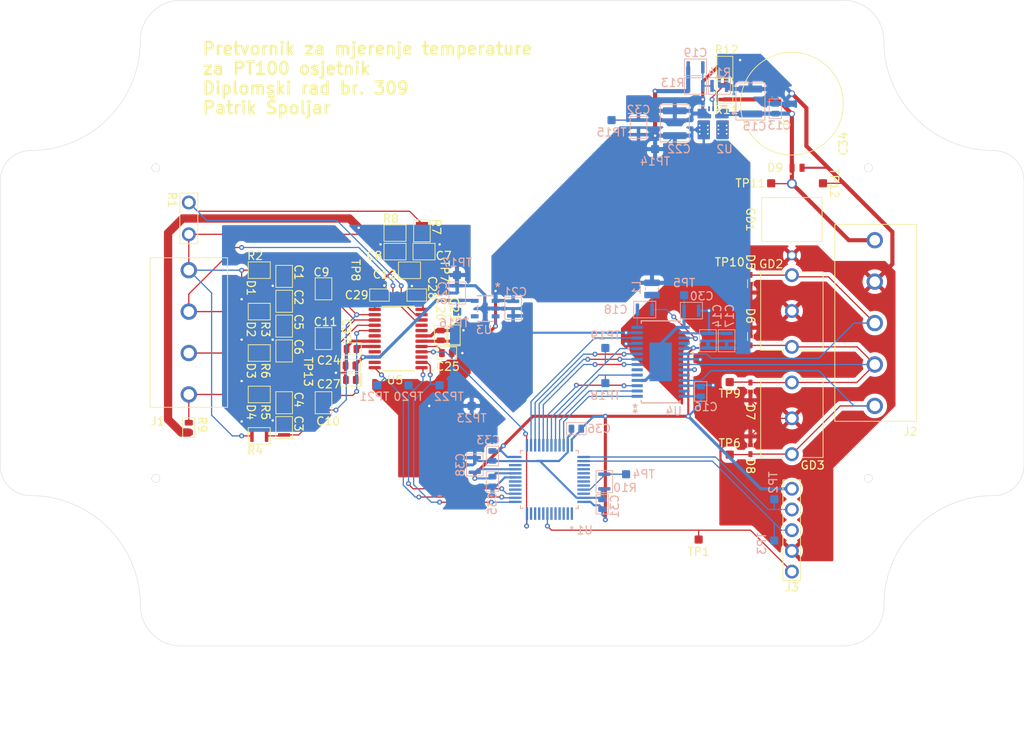
<source format=kicad_pcb>
(kicad_pcb (version 20241229) (generator "pcbnew") (generator_version "9.0")
  (layers (0 "F.Cu" signal) (2 "B.Cu" signal) (13 "F.Paste" user) (15 "B.Paste" user) (5 "F.SilkS" user "F.Silkscreen") (7 "B.SilkS" user "B.Silkscreen") (1 "F.Mask" user) (3 "B.Mask" user) (25 "Edge.Cuts" user))
  (net 0 "")
  (net 1 "DGND")
  (net 2 "/AIN5")
  (net 3 "/REFP")
  (net 4 "/REFN")
  (net 5 "12V_IN")
  (net 6 "/VCC")
  (net 7 "/CAP")
  (net 8 "/SW")
  (net 10 "Net-(U2-VOS{slash}FB)")
  (net 11 "/AVDD")
  (net 12 "Net-(U5-REGCAPD)")
  (net 13 "/VEE")
  (net 14 "Net-(U5-REGCAPA)")
  (net 15 "/VOLT_B")
  (net 16 "/VOLT_C")
  (net 17 "/VOLT_D")
  (net 18 "/VOLT_A")
  (net 19 "/DP{slash}TX1")
  (net 20 "/RX1")
  (net 21 "/AIN4")
  (net 22 "/DN")
  (net 23 "/SWCLK")
  (net 24 "/SWDIO")
  (net 25 "/NRST")
  (net 26 "/AIN3")
  (net 27 "/BOOT0")
  (net 28 "Net-(U2-EN)")
  (net 29 "/USART1_RX")
  (net 30 "/USART1_TX")
  (net 31 "/SPI1_MOSI")
  (net 32 "/SPI1_MISO")
  (net 33 "/SPI1_SCK")
  (net 35 "/PB15")
  (net 36 "/PB12")
  (net 37 "/PB13")
  (net 45 "/PA12")
  (net 46 "/SPI1_NSS")
  (net 49 "/PA8")
  (net 54 "/PB14")
  (net 61 "/PA11")
  (net 66 "/AIN7")
  (net 68 "/AIN6")
  (footprint "My_footprints:X4DFN-2" (layer "F.Cu") (at 116.953 105.555 -90)
    (property "Reference" "D1")
    (property "Value" "PJGBLC08C")
  )
  (footprint "My_footprints:Testpoint" (layer "F.Cu") (at 176.77 117.239)
    (property "Reference" "TP9")
    (property "Value" "TestPoint")
  )
  (footprint "My_footprints:0603" (layer "F.Cu") (at 141.337 111.5155)
    (property "Reference" "C20")
    (property "Value" "100n")
  )
  (footprint "My_footprints:Hole 0.125 inch 3.175 mm" (layer "F.Cu") (at 106.4374 129.05)
    (property "Reference" "H3" (hide yes))
    (property "Value" "MountingHole")
  )
  (footprint "My_footprints:DFN-1610-2" (layer "F.Cu") (at 185.025 90.95)
    (property "Reference" "D9")
    (property "Value" "TVS")
  )
  (footprint "My_footprints:0805" (layer "F.Cu") (at 137.527 103.523 90)
    (property "Reference" "C12")
    (property "Value" "100n, 5%")
  )
  (footprint "My_footprints:Testpoint" (layer "F.Cu") (at 126.605 115.969 -90)
    (property "Reference" "TP13")
    (property "Value" "TestPoint")
  )
  (footprint "footprints:SOP65P640X120-24N" (layer "F.Cu") (at 136.13 111.8965 180)
    (property "Reference" "U5")
    (property "Value" "AD7124-4")
  )
  (footprint "My_footprints:0603_pol" (layer "F.Cu") (at 130.834 116.9765 -90)
    (property "Reference" "C27")
    (property "Value" "1u,Ta")
  )
  (footprint "My_footprints:X4DFN-2" (layer "F.Cu") (at 116.953 115.715 -90)
    (property "Reference" "D3")
    (property "Value" "PJGBLC08C")
  )
  (footprint "My_footprints:0805" (layer "F.Cu") (at 126.986 119.7705)
    (property "Reference" "C10")
    (property "Value" "100n, 5%")
  )
  (footprint "My_footprints:Hole 0.125 inch 3.175 mm" (layer "F.Cu") (at 193.7626 90.95)
    (property "Reference" "H2" (hide yes))
    (property "Value" "MountingHole")
  )
  (footprint "My_footprints:Terminal 1x4" (layer "F.Cu") (at 110.476 111.1345 90)
    (property "Reference" "J1")
    (property "Value" "Screw_Terminal_01x04")
  )
  (footprint "My_footprints:0805" (layer "F.Cu") (at 135.749 98.951 90)
    (property "Reference" "R8")
    (property "Value" "330")
  )
  (footprint "My_footprints:Resistor_THT" (layer "F.Cu") (at 110.476 97.1645 -90)
    (property "Reference" "R1")
    (property "Value" "5k")
  )
  (footprint "My_footprints:Hole 0.125 inch 3.175 mm" (layer "F.Cu") (at 106.4374 90.95)
    (property "Reference" "H1" (hide yes))
    (property "Value" "MountingHole")
  )
  (footprint "My_footprints:0805" (layer "F.Cu") (at 135.749 101.237 -90)
    (property "Reference" "C8")
    (property "Value" "10n")
  )
  (footprint "My_footprints:0603_pol" (layer "F.Cu") (at 142.988 111.9345 180)
    (property "Reference" "C23")
    (property "Value" "1u,Ta")
  )
  (footprint "My_footprints:GDT 3 pin" (layer "F.Cu") (at 184.39 108.521 90)
    (property "Reference" "GD2")
    (property "Value" "GDT_3Pin")
  )
  (footprint "My_footprints:SOD23" (layer "F.Cu") (at 179.31 111.651 -90)
    (property "Reference" "D6")
    (property "Value" "PJGBLC08C")
  )
  (footprint "My_footprints:0805" (layer "F.Cu") (at 122.16 104.2765 180)
    (property "Reference" "C1")
    (property "Value" "10n")
  )
  (footprint "My_footprints:0805" (layer "F.Cu") (at 122.16 119.7705)
    (property "Reference" "C4")
    (property "Value" "10n")
  )
  (footprint "My_footprints:0603" (layer "F.Cu") (at 130.288 115.1985 90)
    (property "Reference" "C24")
    (property "Value" "100n")
  )
  (footprint "My_footprints:0603" (layer "F.Cu") (at 142.099 113.6745 -90)
    (property "Reference" "C25")
    (property "Value" "100n")
  )
  (footprint "My_footprints:0603" (layer "F.Cu") (at 138.416 106.5625 90)
    (property "Reference" "C28")
    (property "Value" "100n")
  )
  (footprint "My_footprints:0805" (layer "F.Cu") (at 139.305 101.237 -90)
    (property "Reference" "C7")
    (property "Value" "10n")
  )
  (footprint "My_footprints:Radial" (layer "F.Cu") (at 184.39 83.096 90)
    (property "Reference" "C34")
    (property "Value" "100u,Al")
  )
  (footprint "My_footprints:0805" (layer "F.Cu") (at 119.112 108.5945 90)
    (property "Reference" "R3")
    (property "Value" "330")
  )
  (footprint "My_footprints:0805" (layer "F.Cu") (at 122.16 107.3245 180)
    (property "Reference" "C2")
    (property "Value" "10n")
  )
  (footprint "My_footprints:Testpoint" (layer "F.Cu") (at 172.96 136.543)
    (property "Reference" "TP1")
    (property "Value" "TestPoint")
  )
  (footprint "My_footprints:0805" (layer "F.Cu") (at 119.112 118.7545 90)
    (property "Reference" "R5")
    (property "Value" "330")
  )
  (footprint "My_footprints:0805" (layer "F.Cu") (at 139.051 98.697)
    (property "Reference" "R7")
    (property "Value" "330")
  )
  (footprint "My_footprints:0805" (layer "F.Cu") (at 122.16 110.3725 180)
    (property "Reference" "C5")
    (property "Value" "10n")
  )
  (footprint "My_footprints:Testpoint" (layer "F.Cu") (at 176.77 126.129)
    (property "Reference" "TP6")
    (property "Value" "TestPoint")
  )
  (footprint "My_footprints:Hole 0.125 inch 3.175 mm" (layer "F.Cu") (at 193.7626 129.05)
    (property "Reference" "H4" (hide yes))
    (property "Value" "MountingHole")
  )
  (footprint "My_footprints:GDT 3 pin" (layer "F.Cu") (at 184.39 121.684 90)
    (property "Reference" "GD3")
    (property "Value" "GDT_3Pin")
  )
  (footprint "My_footprints:GDT 2 pin" (layer "F.Cu") (at 184.39 97.3 90)
    (property "Reference" "GD1")
    (property "Value" "2049-23")
  )
  (footprint "My_footprints:0603" (layer "F.Cu") (at 133.844 106.5625 -90)
    (property "Reference" "C29")
    (property "Value" "100n")
  )
  (footprint "My_footprints:0805" (layer "F.Cu") (at 119.112 123.8345 90)
    (property "Reference" "R4")
    (property "Value" "330")
  )
  (footprint "My_footprints:Testpoint" (layer "F.Cu") (at 181.85 92.855 90)
    (property "Reference" "TP11")
    (property "Value" "TestPoint")
  )
  (footprint "My_footprints:SOD23" (layer "F.Cu") (at 179.31 118.382 -90)
    (property "Reference" "D7")
    (property "Value" "PJGBLC08C")
  )
  (footprint "My_footprints:0805" (layer "F.Cu") (at 126.986 105.8005 180)
    (property "Reference" "C9")
    (property "Value" "100n, 5%")
  )
  (footprint "My_footprints:X4DFN-2" (layer "F.Cu") (at 116.953 120.668 -90)
    (property "Reference" "D4")
    (property "Value" "PJGBLC08C")
  )
  (footprint "My_footprints:Terminal 1x5" (layer "F.Cu") (at 194.55 110 90)
    (property "Reference" "J2")
    (property "Value" "Screw_Terminal_01x05")
  )
  (footprint "My_footprints:0805" (layer "F.Cu") (at 176.135 81.679)
    (property "Reference" "R11")
    (property "Value" "30k")
  )
  (footprint "My_footprints:0805" (layer "F.Cu") (at 119.112 103.5145 90)
    (property "Reference" "R2")
    (property "Value" "330")
  )
  (footprint "My_footprints:0805" (layer "F.Cu") (at 122.16 113.4205 180)
    (property "Reference" "C6")
    (property "Value" "10n")
  )
  (footprint "My_footprints:Header 1x5" (layer "F.Cu") (at 184.39 135.4 -90)
    (property "Reference" "J3")
    (property "Value" "Header 1x5")
  )
  (footprint "My_footprints:0805" (layer "F.Cu") (at 119.112 113.6745 90)
    (property "Reference" "R6")
    (property "Value" "330")
  )
  (footprint "My_footprints:SOD23" (layer "F.Cu") (at 179.31 124.986 -90)
    (property "Reference" "D8")
    (property "Value" "PJGBLC08C")
  )
  (footprint "My_footprints:0603" (layer "F.Cu") (at 130.415 113.175 90)
    (property "Reference" "C37")
    (property "Value" "100n")
  )
  (footprint "My_footprints:SOD23" (layer "F.Cu") (at 179.31 105.174 -90)
    (property "Reference" "D5")
    (property "Value" "PJGBLC08C")
  )
  (footprint "My_footprints:Testpoint" (layer "F.Cu") (at 188.2 92.855 -90)
    (property "Reference" "TP12")
    (property "Value" "TestPoint")
  )
  (footprint "My_footprints:Testpoint" (layer "F.Cu") (at 132.447 103.523)
    (property "Reference" "TP8")
    (property "Value" "TestPoint")
  )
  (footprint "My_footprints:Testpoint" (layer "F.Cu") (at 140.448 103.523)
    (property "Reference" "TP7")
    (property "Value" "TestPoint")
  )
  (footprint "My_footprints:0805" (layer "F.Cu") (at 126.986 111.8965 180)
    (property "Reference" "C11")
    (property "Value" "100n, 5%")
  )
  (footprint "My_footprints:0805" (layer "F.Cu") (at 122.16 122.8185)
    (property "Reference" "C3")
    (property "Value" "10n")
  )
  (footprint "My_footprints:0805" (layer "F.Cu") (at 176.135 78.631)
    (property "Reference" "R12")
    (property "Value" "10k")
  )
  (footprint "My_footprints:0603" (layer "F.Cu") (at 110.476 122.8185 180)
    (property "Reference" "R9")
    (property "Value" "100")
  )
  (footprint "My_footprints:Testpoint" (layer "F.Cu") (at 176.77 104.031 180)
    (property "Reference" "TP10")
    (property "Value" "TestPoint")
  )
  (footprint "My_footprints:X4DFN-2" (layer "F.Cu") (at 116.953 110.635 -90)
    (property "Reference" "D2")
    (property "Value" "PJGBLC08C")
  )
  (footprint "My_footprints:Testpoint" (layer "B.Cu") (at 145.147 120.16 180)
    (property "Reference" "TP23")
    (property "Value" "TestPoint")
  )
  (footprint "My_footprints:0805" (layer "B.Cu") (at 172.071 108.476 90)
    (property "Reference" "C30")
    (property "Value" "1u")
  )
  (footprint "footprints:TSSOP-28_FE&slash_EB_LIT" (layer "B.Cu") (at 168.30672 114.75488)
    (property "Reference" "U4")
    (property "Value" "LTC2870")
  )
  (footprint "footprints:VREG_TPSM861253RDXR" (layer "B.Cu") (at 174.738 85.616 180)
    (property "Reference" "U2")
    (property "Value" "TPSM861257")
  )
  (footprint "My_footprints:0805" (layer "B.Cu") (at 150.227 108.222)
    (property "Reference" "C21")
    (property "Value" "1u")
  )
  (footprint "My_footprints:Testpoint" (layer "B.Cu") (at 143.3436 104.1072 180)
    (property "Reference" "TP17")
    (property "Value" "TestPoint")
  )
  (footprint "My_footprints:0805" (layer "B.Cu") (at 174.103 112.159 180)
    (property "Reference" "C14")
    (property "Value" "1u")
  )
  (footprint "My_footprints:Testpoint" (layer "B.Cu") (at 162.292 85.108 180)
    (property "Reference" "TP15")
    (property "Value" "TestPoint")
  )
  (footprint "My_footprints:0603" (layer "B.Cu") (at 157.974 122.954 -90)
    (property "Reference" "C36")
    (property "Value" "100n")
  )
  (footprint "My_footprints:0805" (layer "B.Cu") (at 143.369 106.317 180)
    (property "Reference" "C26")
    (property "Value" "1u")
  )
  (footprint "My_footprints:0603" (layer "B.Cu") (at 161.149 132.225 180)
    (property "Reference" "C31")
    (property "Value" "100n")
  )
  (footprint "My_footprints:0603" (layer "B.Cu") (at 147.687 126.291)
    (property "Reference" "C33")
    (property "Value" "100n")
  )
  (footprint "My_footprints:Testpoint" (layer "B.Cu") (at 164.07 128.542)
    (property "Reference" "TP4")
    (property "Value" "TestPoint")
  )
  (footprint "My_footprints:0805" (layer "B.Cu") (at 166.356 108.349 -90)
    (property "Reference" "C18")
    (property "Value" "220n")
  )
  (footprint "My_footprints:0805" (layer "B.Cu") (at 145.528 127.399)
    (property "Reference" "C38")
    (property "Value" "4.7u")
  )
  (footprint "footprints:UJ_5_ADI" (layer "B.Cu") (at 146.798 108.222 180)
    (property "Reference" "U3")
    (property "Value" "ADP151")
  )
  (footprint "My_footprints:0603" (layer "B.Cu") (at 182.358 83.711 180)
    (property "Reference" "C13")
    (property "Value" "100n")
  )
  (footprint "My_footprints:Testpoint" (layer "B.Cu") (at 167.626 88.664 180)
    (property "Reference" "TP14")
    (property "Value" "TestPoint")
  )
  (footprint "My_footprints:0805" (layer "B.Cu") (at 172.579 78.631 90)
    (property "Reference" "C19")
    (property "Value" "22pF")
  )
  (footprint "My_footprints:Testpoint" (layer "B.Cu") (at 182.231 131.59)
    (property "Reference" "TP2")
    (property "Value" "TestPoint")
  )
  (footprint "My_footprints:1206" (layer "B.Cu") (at 170.039 85.489 180)
    (property "Reference" "C22")
    (property "Value" "22uF")
  )
  (footprint "My_footprints:Testpoint" (layer "B.Cu") (at 133.59 117.62 180)
    (property "Reference" "TP21")
    (property "Value" "TestPoint")
  )
  (footprint "My_footprints:0806" (layer "B.Cu") (at 167.245 105.809 -90)
    (property "Reference" "L1")
    (property "Value" "10u")
  )
  (footprint "My_footprints:Testpoint" (layer "B.Cu") (at 137.4 117.62 180)
    (property "Reference" "TP20")
    (property "Value" "TestPoint")
  )
  (footprint "My_footprints:0805" (layer "B.Cu") (at 176.389 112.159 180)
    (property "Reference" "C17")
    (property "Value" "2.2u")
  )
  (footprint "My_footprints:1206" (layer "B.Cu") (at 179.31 82.822 180)
    (property "Reference" "C15")
    (property "Value" "10u")
  )
  (footprint "My_footprints:Testpoint" (layer "B.Cu") (at 182.231 136.67)
    (property "Reference" "TP3")
    (property "Value" "TestPoint")
  )
  (footprint "My_footprints:0603" (layer "B.Cu") (at 173.214 118.382 180)
    (property "Reference" "C16")
    (property "Value" "100n")
  )
  (footprint "My_footprints:0805" (layer "B.Cu") (at 172.579 80.917 90)
    (property "Reference" "R13")
    (property "Value" "30k")
  )
  (footprint "My_footprints:Testpoint" (layer "B.Cu") (at 161.53 113.048)
    (property "Reference" "TP19")
    (property "Value" "TestPoint")
  )
  (footprint "My_footprints:Testpoint" (layer "B.Cu") (at 171.182 106.571)
    (property "Reference" "TP5")
    (property "Value" "TestPoint")
  )
  (footprint "My_footprints:0805" (layer "B.Cu") (at 165.594 85.997 180)
    (property "Reference" "C32")
    (property "Value" "10u")
  )
  (footprint "My_footprints:0603" (layer "B.Cu") (at 147.687 129.431)
    (property "Reference" "C35")
    (property "Value" "100n")
  )
  (footprint "My_footprints:Testpoint" (layer "B.Cu") (at 143.369 108.603)
    (property "Reference" "TP16")
    (property "Value" "TestPoint")
  )
  (footprint "My_footprints:Testpoint" (layer "B.Cu") (at 141.21 117.62 -90)
    (property "Reference" "TP22")
    (property "Value" "TestPoint")
  )
  (footprint "My_footprints:0805" (layer "B.Cu") (at 161.403 129.431)
    (property "Reference" "R10")
    (property "Value" "10k")
  )
  (footprint "My_footprints:Testpoint" (layer "B.Cu") (at 161.53 117.366 180)
    (property "Reference" "TP18")
    (property "Value" "TestPoint")
  )
  (footprint "My_footprints:0805" (layer "B.Cu") (at 175.5 80.917 90)
    (property "Reference" "R14")
    (property "Value" "6.2k")
  )
  (footprint "footprints:QFP50P900X900X160-48N" (layer "B.Cu") (at 154.672 129.177 90)
    (property "Reference" "U1")
    (property "Value" "STM32G491CETx")
  )
  (gr_line (start 212.838 127.4498) (end 212.838 110) (stroke (width 0.05)) (layer "Edge.Cuts"))
  (gr_arc (start 209.1296 88.8418) (mid 199.610529 84.898871) (end 195.6676 75.3798) (stroke (width 0.05)) (layer "Edge.Cuts"))
  (gr_arc (start 109.5108 149.5986) (mid 105.99054 148.14046) (end 104.5324 144.6202) (stroke (width 0.05)) (layer "Edge.Cuts"))
  (gr_arc (start 209.1296 88.8418) (mid 211.751835 89.927965) (end 212.838 92.5502) (stroke (width 0.05)) (layer "Edge.Cuts"))
  (gr_arc (start 91.0704 131.1582) (mid 100.589471 135.101129) (end 104.5324 144.6202) (stroke (width 0.05)) (layer "Edge.Cuts"))
  (gr_line (start 150.1 70.4014) (end 109.5108 70.4014) (stroke (width 0.05)) (layer "Edge.Cuts"))
  (gr_line (start 150.1 149.5986) (end 109.5108 149.5986) (stroke (width 0.05)) (layer "Edge.Cuts"))
  (gr_line (start 87.362 92.5502) (end 87.362 110) (stroke (width 0.05)) (layer "Edge.Cuts"))
  (gr_arc (start 104.5324 75.3798) (mid 105.99054 71.85954) (end 109.5108 70.4014) (stroke (width 0.05)) (layer "Edge.Cuts"))
  (gr_arc (start 195.6676 144.6202) (mid 194.20946 148.14046) (end 190.6892 149.5986) (stroke (width 0.05)) (layer "Edge.Cuts"))
  (gr_line (start 212.838 92.5502) (end 212.838 110) (stroke (width 0.05)) (layer "Edge.Cuts"))
  (gr_line (start 87.362 127.4498) (end 87.362 110) (stroke (width 0.05)) (layer "Edge.Cuts"))
  (gr_arc (start 104.5324 75.3798) (mid 100.589471 84.898871) (end 91.0704 88.8418) (stroke (width 0.05)) (layer "Edge.Cuts"))
  (gr_line (start 150.1 149.5986) (end 190.6892 149.5986) (stroke (width 0.05)) (layer "Edge.Cuts"))
  (gr_arc (start 212.838 127.4498) (mid 211.751835 130.072035) (end 209.1296 131.1582) (stroke (width 0.05)) (layer "Edge.Cuts"))
  (gr_arc (start 195.6676 144.6202) (mid 199.610529 135.101129) (end 209.1296 131.1582) (stroke (width 0.05)) (layer "Edge.Cuts"))
  (gr_arc (start 190.6892 70.4014) (mid 194.20946 71.85954) (end 195.6676 75.3798) (stroke (width 0.05)) (layer "Edge.Cuts"))
  (gr_arc (start 91.0704 131.1582) (mid 88.448165 130.072035) (end 87.362 127.4498) (stroke (width 0.05)) (layer "Edge.Cuts"))
  (gr_arc (start 87.362 92.5502) (mid 88.448165 89.927965) (end 91.0704 88.8418) (stroke (width 0.05)) (layer "Edge.Cuts"))
  (gr_line (start 150.1 70.4014) (end 190.6892 70.4014) (stroke (width 0.05)) (layer "Edge.Cuts"))
  (gr_text "Pretvornik za mjerenje temperature\nza PT100 osjetnik\nDiplomski rad br. 309\nPatrik Špoljar" (at 112 84.473 0) (layer "F.SilkS") (effects (font (size 1.5 1.5) (thickness 0.3) (bold yes)) (justify left bottom)))
  (segment (start 134.444 106.5625) (end 134.444 105.393) (width 0.254) (layer "F.Cu") (net 1))
  (segment (start 107.936 121.811) (end 109.5435 123.4185) (width 1.016) (layer "F.Cu") (net 1))
  (segment (start 129.78 115.0365) (end 129.815 115.0715) (width 0.381) (layer "F.Cu") (net 1))
  (segment (start 144.1045 110.9155) (end 140.8025 110.9155) (width 0.381) (layer "F.Cu") (net 1))
  (segment (start 184.39 121.684) (end 181.527 121.684) (width 0.1524) (layer "F.Cu") (net 1))
  (segment (start 188.835 90.95) (end 190.74 92.855) (width 0.508) (layer "F.Cu") (net 1))
  (segment (start 173.468 80.4005) (end 176.135 77.7335) (width 0.381) (layer "F.Cu") (net 1))
  (segment (start 122.16 105.174) (end 122.16 105.809) (width 0.381) (layer "F.Cu") (net 1))
  (segment (start 129.78 113.21) (end 129.78 115.0365) (width 0.381) (layer "F.Cu") (net 1))
  (segment (start 186.168 83.624) (end 186.168 88.283) (width 0.508) (layer "F.Cu") (net 1))
  (segment (start 116.953 112.032) (end 116.953 111.26) (width 0.381) (layer "F.Cu") (net 1))
  (segment (start 140.1465 111.5715) (end 139 111.5715) (width 0.381) (layer "F.Cu") (net 1))
  (segment (start 128.51 116.096) (end 129.688 116.096) (width 0.381) (layer "F.Cu") (net 1))
  (segment (start 109.714 97.173) (end 107.936 98.951) (width 1.016) (layer "F.Cu") (net 1))
  (segment (start 190.74 92.855) (end 196.709 98.824) (width 0.508) (layer "F.Cu") (net 1))
  (segment (start 116.953 117.112) (end 116.953 116.34) (width 0.381) (layer "F.Cu") (net 1))
  (segment (start 188.2 92.855) (end 190.74 92.855) (width 0.1524) (layer "F.Cu") (net 1))
  (segment (start 181.527 121.684) (end 179.31 119.467) (width 0.1524) (layer "F.Cu") (net 1))
  (segment (start 173.468 82.568) (end 173.468 80.4005) (width 0.381) (layer "F.Cu") (net 1))
  (segment (start 144.131 110.889) (end 144.1045 110.9155) (width 0.381) (layer "F.Cu") (net 1))
  (segment (start 140.2025 101.237) (end 140.321 101.237) (width 0.1524) (layer "F.Cu") (net 1))
  (segment (start 122.16 121.303) (end 122.16 121.921) (width 0.381) (layer "F.Cu") (net 1))
  (segment (start 129.815 112.9265) (end 129.815 113.094) (width 0.381) (layer "F.Cu") (net 1))
  (segment (start 122.16 105.809) (end 122.16 106.427) (width 0.381) (layer "F.Cu") (net 1))
  (segment (start 131.304 98.316) (end 130.161 97.173) (width 1.016) (layer "F.Cu") (net 1))
  (segment (start 107.936 98.951) (end 107.936 121.811) (width 1.016) (layer "F.Cu") (net 1))
  (segment (start 128.383 115.969) (end 128.51 116.096) (width 0.1524) (layer "F.Cu") (net 1))
  (segment (start 121.144 105.809) (end 122.16 105.809) (width 0.381) (layer "F.Cu") (net 1))
  (segment (start 133.26 112.2215) (end 130.52 112.2215) (width 0.381) (layer "F.Cu") (net 1))
  (segment (start 129.734 116.9765) (end 129.688 116.9305) (width 0.381) (layer "F.Cu") (net 1))
  (segment (start 122.16 121.303) (end 122.16 120.668) (width 0.381) (layer "F.Cu") (net 1))
  (segment (start 185.6375 90.95) (end 188.835 90.95) (width 0.254) (layer "F.Cu") (net 1))
  (segment (start 196.709 98.824) (end 196.709 102.761) (width 0.508) (layer "F.Cu") (net 1))
  (segment (start 130.161 97.173) (end 109.714 97.173) (width 1.016) (layer "F.Cu") (net 1))
  (segment (start 137.816 105.4545) (end 137.816 106.5625) (width 0.254) (layer "F.Cu") (net 1))
  (segment (start 196.709 102.761) (end 194.55 104.92) (width 0.508) (layer "F.Cu") (net 1))
  (segment (start 129.815 113.175) (end 129.78 113.21) (width 0.381) (layer "F.Cu") (net 1))
  (segment (start 116.953 122.065) (end 116.953 121.293) (width 0.381) (layer "F.Cu") (net 1))
  (segment (start 186.168 88.283) (end 187.692 89.807) (width 0.508) (layer "F.Cu") (net 1))
  (segment (start 122.16 112.523) (end 122.16 111.27) (width 0.381) (layer "F.Cu") (net 1))
  (segment (start 130.52 112.2215) (end 129.815 112.9265) (width 0.381) (layer "F.Cu") (net 1))
  (segment (start 120.763 105.428) (end 121.144 105.809) (width 0.381) (layer "F.Cu") (net 1))
  (segment (start 126.605 115.969) (end 128.383 115.969) (width 0.1524) (layer "F.Cu") (net 1))
  (segment (start 134.8515 101.2285) (end 133.971 100.348) (width 0.381) (layer "F.Cu") (net 1))
  (segment (start 179.31 123.901) (end 181.527 121.684) (width 0.1524) (layer "F.Cu") (net 1))
  (segment (start 184.39 81.846) (end 186.168 83.624) (width 0.508) (layer "F.Cu") (net 1))
  (segment (start 140.321 101.237) (end 141.21 100.348) (width 0.381) (layer "F.Cu") (net 1))
  (segment (start 134.8515 101.237) (end 134.8515 101.2285) (width 0.1524) (layer "F.Cu") (net 1))
  (segment (start 129.688 116.9305) (end 129.688 115.2905) (width 0.381) (layer "F.Cu") (net 1))
  (segment (start 187.692 89.807) (end 188.835 90.95) (width 0.508) (layer "F.Cu") (net 1))
  (segment (start 116.953 107.079) (end 116.953 106.18) (width 0.381) (layer "F.Cu") (net 1))
  (segment (start 129.734 115.2445) (end 129.688 115.1985) (width 0.1524) (layer "F.Cu") (net 1))
  (segment (start 129.688 115.2905) (end 129.734 115.2445) (width 0.381) (layer "F.Cu") (net 1))
  (segment (start 109.5435 123.4185) (end 110.476 123.4185) (width 1.016) (layer "F.Cu") (net 1))
  (segment (start 120.763 121.938) (end 121.398 121.303) (width 0.381) (layer "F.Cu") (net 1))
  (segment (start 121.398 121.303) (end 122.16 121.303) (width 0.381) (layer "F.Cu") (net 1))
  (segment (start 140.8025 110.9155) (end 140.1465 111.5715) (width 0.381) (layer "F.Cu") (net 1))
  (segment (start 178.0315 77.7335) (end 178.04 77.742) (width 0.1524) (layer "F.Cu") (net 1))
  (segment (start 129.815 113.094) (end 129.815 113.175) (width 0.254) (layer "F.Cu") (net 1))
  (segment (start 129.815 115.0715) (end 129.688 115.1985) (width 0.1524) (layer "F.Cu") (net 1))
  (segment (start 120.763 112.032) (end 122.16 112.032) (width 0.381) (layer "F.Cu") (net 1))
  (segment (start 176.135 77.7335) (end 178.0315 77.7335) (width 0.381) (layer "F.Cu") (net 1))
  (via (at 116.953 107.079) (size 0.6) (drill 0.3) (layers "F.Cu" "B.Cu") (net 1))
  (via (at 131.304 98.316) (size 0.6) (drill 0.3) (layers "F.Cu" "B.Cu") (net 1))
  (via (at 139.94 120.16) (size 0.6) (drill 0.3) (layers "F.Cu" "B.Cu") (net 1))
  (via (at 164.07 112.54) (size 0.6) (drill 0.3) (layers "F.Cu" "B.Cu") (net 1))
  (via (at 174.23 108.476) (size 0.6) (drill 0.3) (layers "F.Cu" "B.Cu") (net 1))
  (via (at 173.1632 114.4704) (size 0.6) (drill 0.3) (layers "F.Cu" "B.Cu") (net 1))
  (via (at 133.971 100.348) (size 0.6) (drill 0.3) (layers "F.Cu" "B.Cu") (net 1))
  (via (at 144.004 113.683) (size 0.6) (drill 0.3) (layers "F.Cu" "B.Cu") (net 1))
  (via (at 164.07 111.17856) (size 0.6) (drill 0.3) (layers "F.Cu" "B.Cu") (net 1))
  (via (at 174.738 117.62) (size 0.6) (drill 0.3) (layers "F.Cu" "B.Cu") (net 1))
  (via (at 120.763 112.032) (size 0.6) (drill 0.3) (layers "F.Cu" "B.Cu") (net 1))
  (via (at 144.131 110.889) (size 0.6) (drill 0.3) (layers "F.Cu" "B.Cu") (net 1))
  (via (at 128.51 116.096) (size 0.6) (drill 0.3) (layers "F.Cu" "B.Cu") (net 1))
  (via (at 116.953 112.032) (size 0.6) (drill 0.3) (layers "F.Cu" "B.Cu") (net 1))
  (via (at 116.953 122.065) (size 0.6) (drill 0.3) (layers "F.Cu" "B.Cu") (net 1))
  (via (at 141.21 100.348) (size 0.6) (drill 0.3) (layers "F.Cu" "B.Cu") (net 1))
  (via (at 116.953 117.112) (size 0.6) (drill 0.3) (layers "F.Cu" "B.Cu") (net 1))
  (via (at 120.763 121.938) (size 0.6) (drill 0.3) (layers "F.Cu" "B.Cu") (net 1))
  (via (at 134.444 105.393) (size 0.6) (drill 0.3) (layers "F.Cu" "B.Cu") (net 1))
  (via (at 137.816 105.4545) (size 0.6) (drill 0.3) (layers "F.Cu" "B.Cu") (net 1))
  (via (at 173.468 82.568) (size 0.6) (drill 0.3) (layers "F.Cu" "B.Cu") (net 1))
  (via (at 120.763 105.428) (size 0.6) (drill 0.3) (layers "F.Cu" "B.Cu") (net 1))
  (via (at 178.04 77.742) (size 0.6) (drill 0.3) (layers "F.Cu" "B.Cu") (net 1))
  (segment (start 148.068 130.066) (end 149.207 128.927) (width 0.254) (layer "B.Cu") (net 1))
  (segment (start 155.843665 126.919665) (end 156.922 125.84133) (width 0.254) (layer "B.Cu") (net 1))
  (segment (start 158.00767 131.427) (end 153.50767 126.927) (width 0.254) (layer "B.Cu") (net 1))
  (segment (start 174.23 111.1345) (end 174.103 111.2615) (width 0.254) (layer "B.Cu") (net 1))
  (segment (start 173.12256 114.42976) (end 173.1632 114.4704) (width 0.1524) (layer "B.Cu") (net 1))
  (segment (start 143.369 104.1326) (end 143.369 105.4195) (width 0.1524) (layer "B.Cu") (net 1))
  (segment (start 162.292 85.108) (end 165.5855 85.108) (width 0.1524) (layer "B.Cu") (net 1))
  (segment (start 145.6211 105.4195) (end 146.7472 106.5456) (width 0.381) (layer "B.Cu") (net 1))
  (segment (start 164.07 112.54) (end 165.37048 112.54) (width 0.254) (layer "B.Cu") (net 1))
  (segment (start 171.182 114.42976) (end 173.12256 114.42976) (width 0.254) (layer "B.Cu") (net 1))
  (segment (start 153.148 126.927) (end 153.155335 126.919665) (width 0.254) (layer "B.Cu") (net 1))
  (segment (start 165.5855 85.108) (end 165.594 85.0995) (width 0.1524) (layer "B.Cu") (net 1))
  (segment (start 161.149 130.5825) (end 161.403 130.3285) (width 0.1524) (layer "B.Cu") (net 1))
  (segment (start 143.3436 104.1072) (end 143.369 104.1326) (width 0.1524) (layer "B.Cu") (net 1))
  (segment (start 173.17392 117.62) (end 173.11296 117.68096) (width 0.1524) (layer "B.Cu") (net 1))
  (segment (start 158.862 131.427) (end 161.078 131.427) (width 0.254) (layer "B.Cu") (net 1))
  (segment (start 176.9045 81.297) (end 178.929 81.297) (width 0.508) (layer "B.Cu") (net 1))
  (segment (start 156.922 124.006) (end 157.374 123.554) (width 0.254) (layer "B.Cu") (net 1))
  (segment (start 146.7472 106.5456) (end 146.7472 108.1712) (width 0.381) (layer "B.Cu") (net 1))
  (segment (start 158.862 131.427) (end 158.00767 131.427) (width 0.254) (layer "B.Cu") (net 1))
  (segment (start 174.738 117.62) (end 173.17392 117.62) (width 0.254) (layer "B.Cu") (net 1))
  (segment (start 165.43144 111.17856) (end 164.07 111.17856) (width 0.254) (layer "B.Cu") (net 1))
  (segment (start 155.83633 126.927) (end 155.843665 126.919665) (width 0.254) (layer "B.Cu") (net 1))
  (segment (start 173.468 84.186) (end 173.3755 84.2785) (width 0.381) (layer "B.Cu") (net 1))
  (segment (start 146.7472 108.1712) (end 147.7759 108.1712) (width 0.381) (layer "B.Cu") (net 1))
  (segment (start 173.468 82.568) (end 173.468 84.186) (width 0.381) (layer "B.Cu") (net 1))
  (segment (start 137.851 105.4195) (end 143.369 105.4195) (width 0.381) (layer "B.Cu") (net 1))
  (segment (start 164.07 111.17856) (end 152.35044 111.17856) (width 0.254) (layer "B.Cu") (net 1))
  (segment (start 157.374 123.554) (end 157.374 122.954) (width 0.254) (layer "B.Cu") (net 1))
  (segment (start 149.207 128.927) (end 150.482 128.927) (width 0.254) (layer "B.Cu") (net 1))
  (segment (start 161.149 131.498) (end 161.149 130.5825) (width 0.381) (layer "B.Cu") (net 1))
  (segment (start 145.528 126.5015) (end 145.9535 126.927) (width 0.254) (layer "B.Cu") (net 1))
  (segment (start 175.754 111.2615) (end 173.468 111.2615) (width 0.254) (layer "B.Cu") (net 1))
  (segment (start 173.468 111.2615) (end 171.26494 111.2615) (width 0.254) (layer "B.Cu") (net 1))
  (segment (start 153.50767 126.927) (end 153.148 126.927) (width 0.254) (layer "B.Cu") (net 1))
  (segment (start 174.23 108.476) (end 174.23 111.1345) (width 0.254) (layer "B.Cu") (net 1))
  (segment (start 145.9535 126.927) (end 148.449 126.927) (width 0.254) (layer "B.Cu") (net 1))
  (segment (start 171.26494 111.2615) (end 171.182 111.17856) (width 0.1524) (layer "B.Cu") (net 1))
  (segment (start 150.482 126.927) (end 155.83633 126.927) (width 0.254) (layer "B.Cu") (net 1))
  (segment (start 173.11296 117.68096) (end 173.214 117.782) (width 0.1524) (layer "B.Cu") (net 1))
  (segment (start 161.078 131.427) (end 161.149 131.498) (width 0.1524) (layer "B.Cu") (net 1))
  (segment (start 153.155335 126.919665) (end 155.843665 126.919665) (width 0.254) (layer "B.Cu") (net 1))
  (segment (start 156.922 125.84133) (end 156.922 124.987) (width 0.254) (layer "B.Cu") (net 1))
  (segment (start 171.182 117.68096) (end 173.11296 117.68096) (width 0.254) (layer "B.Cu") (net 1))
  (segment (start 165.37048 112.54) (end 165.43144 112.47904) (width 0.1524) (layer "B.Cu") (net 1))
  (segment (start 156.922 124.987) (end 156.922 124.006) (width 0.254) (layer "B.Cu") (net 1))
  (segment (start 143.369 105.4195) (end 145.6211 105.4195) (width 0.381) (layer "B.Cu") (net 1))
  (segment (start 150.482 126.927) (end 148.231 126.927) (width 0.254) (layer "B.Cu") (net 1))
  (segment (start 137.816 105.4545) (end 137.851 105.4195) (width 0.381) (layer "B.Cu") (net 1))
  (segment (start 174.23 108.476) (end 172.9685 108.476) (width 0.254) (layer "B.Cu") (net 1))
  (segment (start 176.5245 80.917) (end 176.9045 81.297) (width 0.508) (layer "B.Cu") (net 1))
  (segment (start 129.4295 110.999) (end 130.807 109.6215) (width 0.1524) (layer "F.Cu") (net 2))
  (segment (start 120.0095 108.5945) (end 120.382 108.222) (width 0.1524) (layer "F.Cu") (net 2))
  (segment (start 127.8835 106.698) (end 126.986 106.698) (width 0.1524) (layer "F.Cu") (net 2))
  (segment (start 130.807 109.6215) (end 127.8835 106.698) (width 0.1524) (layer "F.Cu") (net 2))
  (segment (start 126.986 106.698) (end 126.3425 106.698) (width 0.1524) (layer "F.Cu") (net 2))
  (segment (start 133.26 109.6215) (end 130.807 109.6215) (width 0.1524) (layer "F.Cu") (net 2))
  (segment (start 120.382 108.222) (end 122.16 108.222) (width 0.1524) (layer "F.Cu") (net 2))
  (segment (start 120.0095 108.5945) (end 120.89 109.475) (width 0.1524) (layer "F.Cu") (net 2))
  (segment (start 123.8025 109.475) (end 122.16 109.475) (width 0.1524) (layer "F.Cu") (net 2))
  (segment (start 126.986 110.999) (end 129.4295 110.999) (width 0.1524) (layer "F.Cu") (net 2))
  (segment (start 123.0405 108.222) (end 123.049 108.2135) (width 0.1524) (layer "F.Cu") (net 2))
  (segment (start 123.0405 108.222) (end 122.16 108.222) (width 0.1524) (layer "F.Cu") (net 2))
  (segment (start 126.986 110.999) (end 125.3265 110.999) (width 0.1524) (layer "F.Cu") (net 2))
  (segment (start 123.049 108.2135) (end 124.827 108.2135) (width 0.1524) (layer "F.Cu") (net 2))
  (segment (start 126.224 106.8165) (end 124.827 108.2135) (width 0.1524) (layer "F.Cu") (net 2))
  (segment (start 126.3425 106.698) (end 126.224 106.8165) (width 0.1524) (layer "F.Cu") (net 2))
  (segment (start 125.3265 110.999) (end 123.8025 109.475) (width 0.1524) (layer "F.Cu") (net 2))
  (segment (start 120.89 109.475) (end 122.16 109.475) (width 0.1524) (layer "F.Cu") (net 2))
  (segment (start 138.416 100.221) (end 138.416 101.2285) (width 0.2) (layer "F.Cu") (net 3))
  (segment (start 140.321 103.523) (end 140.448 103.65) (width 0.2) (layer "F.Cu") (net 3))
  (segment (start 139.016 104.2415) (end 138.4245 103.65) (width 0.2) (layer "F.Cu") (net 3))
  (segment (start 139.016 106.5625) (end 139.016 104.2415) (width 0.2) (layer "F.Cu") (net 3))
  (segment (start 139.178 108.1435) (end 139 108.3215) (width 0.2) (layer "F.Cu") (net 3))
  (segment (start 139.051 99.5945) (end 139.0425 99.5945) (width 0.2) (layer "F.Cu") (net 3))
  (segment (start 138.5515 103.523) (end 140.321 103.523) (width 0.2) (layer "F.Cu") (net 3))
  (segment (start 139.0425 99.5945) (end 138.416 100.221) (width 0.2) (layer "F.Cu") (net 3))
  (segment (start 139.178 106.3085) (end 139.178 108.1435) (width 0.2) (layer "F.Cu") (net 3))
  (segment (start 138.4245 103.65) (end 138.5515 103.523) (width 0.2) (layer "F.Cu") (net 3))
  (segment (start 138.4075 101.237) (end 138.4075 103.633) (width 0.2) (layer "F.Cu") (net 3))
  (segment (start 138.4075 103.633) (end 138.4245 103.65) (width 0.2) (layer "F.Cu") (net 3))
  (segment (start 138.416 101.2285) (end 138.4075 101.237) (width 0.2) (layer "F.Cu") (net 3))
  (segment (start 133.969671 105.04567) (end 135.492341 103.523) (width 0.2) (layer "F.Cu") (net 4))
  (segment (start 135.492341 103.523) (end 136.6295 103.523) (width 0.2) (layer "F.Cu") (net 4))
  (segment (start 136.6465 103.506) (end 136.6465 101.237) (width 0.2) (layer "F.Cu") (net 4))
  (segment (start 133.244 106.5625) (end 133.244 105.771341) (width 0.2) (layer "F.Cu") (net 4))
  (segment (start 136.6465 98.951) (end 136.6465 101.237) (width 0.2) (layer "F.Cu") (net 4))
  (segment (start 133.244 105.771341) (end 135.492341 103.523) (width 0.2) (layer "F.Cu") (net 4))
  (segment (start 132.447 103.523) (end 133.969671 105.04567) (width 0.2) (layer "F.Cu") (net 4))
  (segment (start 136.6295 103.523) (end 136.6465 103.506) (width 0.2) (layer "F.Cu") (net 4))
  (segment (start 133.244 106.5625) (end 133.26 106.5785) (width 0.2) (layer "F.Cu") (net 4))
  (segment (start 133.26 106.5785) (end 133.26 108.3215) (width 0.2) (layer "F.Cu") (net 4))
  (segment (start 191.375 99.84) (end 184.435 92.9) (width 0.508) (layer "F.Cu") (net 5))
  (segment (start 176.1435 82.568) (end 176.135 82.5765) (width 0.508) (layer "F.Cu") (net 5))
  (segment (start 184.435 92.9) (end 184.39 92.9) (width 0.508) (layer "F.Cu") (net 5))
  (segment (start 184.39 92.9) (end 184.39 84.473) (width 0.508) (layer "F.Cu") (net 5))
  (segment (start 181.85 92.855) (end 181.977 92.855) (width 0.1524) (layer "F.Cu") (net 5))
  (segment (start 182.612 82.568) (end 176.1435 82.568) (width 0.508) (layer "F.Cu") (net 5))
  (segment (start 184.39 92.9) (end 184.345 92.855) (width 0.1524) (layer "F.Cu") (net 5))
  (segment (start 181.977 92.855) (end 182.022 92.9) (width 0.1524) (layer "F.Cu") (net 5))
  (segment (start 184.39 84.346) (end 182.612 82.568) (width 0.508) (layer "F.Cu") (net 5))
  (segment (start 194.55 99.84) (end 191.375 99.84) (width 0.508) (layer "F.Cu") (net 5))
  (segment (start 182.022 92.9) (end 184.39 92.9) (width 0.1524) (layer "F.Cu") (net 5))
  (segment (start 178.929 84.347) (end 175.938 84.347) (width 0.508) (layer "B.Cu") (net 5))
  (segment (start 175.938 84.347) (end 175.754 84.531) (width 0.1524) (layer "B.Cu") (net 5))
  (segment (start 182.104 84.311) (end 184.355 84.311) (width 0.508) (layer "B.Cu") (net 5))
  (segment (start 178.965 84.311) (end 178.929 84.347) (width 0.1524) (layer "B.Cu") (net 5))
  (segment (start 182.104 84.311) (end 178.965 84.311) (width 0.508) (layer "B.Cu") (net 5))
  (segment (start 139 112.2215) (end 142.801 112.2215) (width 0.381) (layer "F.Cu") (net 6))
  (segment (start 171.69 113.683) (end 171.69 115.715) (width 0.254) (layer "F.Cu") (net 6))
  (segment (start 145.528 128.542) (end 145.528 129.05) (width 0.381) (layer "F.Cu") (net 6))
  (segment (start 161.53 121.43) (end 171.69 121.43) (width 0.381) (layer "F.Cu") (net 6))
  (segment (start 142.801 112.2215) (end 143.115 111.9075) (width 0.1524) (layer "F.Cu") (net 6))
  (segment (start 161.53 121.43) (end 161.53 134.13) (width 0.381) (layer "F.Cu") (net 6))
  (segment (start 152.64 121.43) (end 161.53 121.43) (width 0.381) (layer "F.Cu") (net 6))
  (segment (start 146.4145 112.0345) (end 148.068 110.381) (width 0.381) (layer "F.Cu") (net 6))
  (segment (start 167.626 87.013) (end 167.626 81.552) (width 0.508) (layer "F.Cu") (net 6))
  (segment (start 149.0205 125.0495) (end 145.528 128.542) (width 0.381) (layer "F.Cu") (net 6))
  (segment (start 149.0205 125.0495) (end 152.64 121.43) (width 0.381) (layer "F.Cu") (net 6))
  (segment (start 172.325 113.048) (end 171.69 113.683) (width 0.254) (layer "F.Cu") (net 6))
  (segment (start 172.452 115.715) (end 171.69 115.715) (width 0.254) (layer "F.Cu") (net 6))
  (segment (start 171.69 115.715) (end 171.69 121.43) (width 0.254) (layer "F.Cu") (net 6))
  (segment (start 148.068 110.381) (end 148.068 106.063) (width 0.381) (layer "F.Cu") (net 6))
  (segment (start 142.988 112.0345) (end 146.4145 112.0345) (width 0.381) (layer "F.Cu") (net 6))
  (via (at 172.452 115.715) (size 0.6) (drill 0.3) (layers "F.Cu" "B.Cu") (net 6))
  (via (at 149.0205 125.0495) (size 0.6) (drill 0.3) (layers "F.Cu" "B.Cu") (net 6))
  (via (at 148.068 110.381) (size 0.6) (drill 0.3) (layers "F.Cu" "B.Cu") (net 6))
  (via (at 145.528 129.05) (size 0.6) (drill 0.3) (layers "F.Cu" "B.Cu") (net 6))
  (via (at 171.69 121.43) (size 0.6) (drill 0.3) (layers "F.Cu" "B.Cu") (net 6))
  (via (at 161.53 134.13) (size 0.6) (drill 0.3) (layers "F.Cu" "B.Cu") (net 6))
  (via (at 172.325 113.048) (size 0.6) (drill 0.3) (layers "F.Cu" "B.Cu") (net 6))
  (via (at 148.068 106.063) (size 0.6) (drill 0.3) (layers "F.Cu" "B.Cu") (net 6))
  (via (at 167.626 81.552) (size 0.6) (drill 0.3) (layers "F.Cu" "B.Cu") (net 6))
  (via (at 161.53 121.43) (size 0.6) (drill 0.3) (layers "F.Cu" "B.Cu") (net 6))
  (via (at 167.626 87.013) (size 0.6) (drill 0.3) (layers "F.Cu" "B.Cu") (net 6))
  (segment (start 170.039 87.014) (end 167.627 87.014) (width 0.1524) (layer "B.Cu") (net 6))
  (segment (start 161.53 133.876) (end 161.149 133.495) (width 0.254) (layer "B.Cu") (net 6))
  (segment (start 161.53 134.13) (end 161.53 133.876) (width 0.254) (layer "B.Cu") (net 6))
  (segment (start 147.687 128.831) (end 147.468 129.05) (width 0.254) (layer "B.Cu") (net 6))
  (segment (start 175.754 113.0565) (end 171.75946 113.0565) (width 0.254) (layer "B.Cu") (net 6))
  (segment (start 172.452 115.715) (end 171.19724 115.715) (width 0.254) (layer "B.Cu") (net 6))
  (segment (start 148.07435 110.37465) (end 148.068 110.381) (width 0.1524) (layer "B.Cu") (net 6))
  (segment (start 148.07435 109.172001) (end 148.07435 110.37465) (width 0.254) (layer "B.Cu") (net 6))
  (segment (start 148.091 128.427) (end 147.687 128.831) (width 0.254) (layer "B.Cu") (net 6))
  (segment (start 150.482 127.927) (end 145.8975 127.927) (width 0.254) (layer "B.Cu") (net 6))
  (segment (start 149.0205 125.0495) (end 148.9635 125.0495) (width 0.254) (layer "B.Cu") (net 6))
  (segment (start 171.75946 113.0565) (end 171.182 112.47904) (width 0.254) (layer "B.Cu") (net 6))
  (segment (start 167.626 81.552) (end 171.6815 81.552) (width 0.508) (layer "B.Cu") (net 6))
  (segment (start 157.422 124.2505) (end 158.574 123.0985) (width 0.254) (layer "B.Cu") (net 6))
  (segment (start 161.149 132.698) (end 160.803 132.352) (width 0.254) (layer "B.Cu") (net 6))
  (segment (start 158.574 122.954) (end 160.098 121.43) (width 0.254) (layer "B.Cu") (net 6))
  (segment (start 180.58 130.32) (end 184.39 130.32) (width 0.381) (layer "B.Cu") (net 6))
  (segment (start 145.8975 127.927) (end 145.528 128.2965) (width 0.254) (layer "B.Cu") (net 6))
  (segment (start 147.468 129.05) (end 145.528 129.05) (width 0.254) (layer "B.Cu") (net 6))
  (segment (start 171.19724 115.715) (end 171.182 115.73024) (width 0.1524) (layer "B.Cu") (net 6))
  (segment (start 157.422 124.987) (end 157.422 124.2505) (width 0.254) (layer "B.Cu") (net 6))
  (segment (start 147.687 125.691) (end 148.773 125.691) (width 0.254) (layer "B.Cu") (net 6))
  (segment (start 167.627 87.014) (end 167.626 87.013) (width 0.1524) (layer "B.Cu") (net 6))
  (segment (start 158.574 123.0985) (end 158.574 122.954) (width 0.254) (layer "B.Cu") (net 6))
  (segment (start 171.69 121.43) (end 173.214 119.906) (width 0.254) (layer "B.Cu") (net 6))
  (segment (start 148.322 125.691) (end 148.773 125.691) (width 0.254) (layer "B.Cu") (net 6))
  (segment (start 171.182 113.12928) (end 171.50712 112.80416) (width 0.254) (layer "B.Cu") (net 6))
  (segment (start 150.4785 128.4235) (end 150.482 128.427) (width 0.1524) (layer "B.Cu") (net 6))
  (segment (start 171.182 118.3312) (end 171.182 118.98144) (width 0.254) (layer "B.Cu") (net 6))
  (segment (start 167.626 88.664) (end 168.389 88.664) (width 0.1524) (layer "B.Cu") (net 6))
  (segment (start 160.098 121.43) (end 161.53 121.43) (width 0.254) (layer "B.Cu") (net 6))
  (segment (start 171.50712 112.80416) (end 171.182 112.47904) (width 0.254) (layer "B.Cu") (net 6))
  (segment (start 160.133 132.352) (end 159.708 131.927) (width 0.254) (layer "B.Cu") (net 6))
  (segment (start 171.6815 81.552) (end 171.6815 78.631) (width 0.508) (layer "B.Cu") (net 6))
  (segment (start 161.149 133.495) (end 161.149 132.698) (width 0.254) (layer "B.Cu") (net 6))
  (segment (start 160.803 132.352) (end 160.133 132.352) (width 0.254) (layer "B.Cu") (net 6))
  (segment (start 159.708 131.927) (end 158.862 131.927) (width 0.254) (layer "B.Cu") (net 6))
  (segment (start 173.21344 118.98144) (end 173.214 118.982) (width 0.1524) (layer "B.Cu") (net 6))
  (segment (start 149.509 126.427) (end 150.482 126.427) (width 0.254) (layer "B.Cu") (net 6))
  (segment (start 173.214 119.906) (end 173.214 118.982) (width 0.254) (layer "B.Cu") (net 6))
  (segment (start 148.773 125.691) (end 149.509 126.427) (width 0.254) (layer "B.Cu") (net 6))
  (segment (start 171.69 121.43) (end 180.58 130.32) (width 0.381) (layer "B.Cu") (net 6))
  (segment (start 150.482 128.427) (end 148.091 128.427) (width 0.254) (layer "B.Cu") (net 6))
  (segment (start 171.182 118.98144) (end 173.21344 118.98144) (width 0.254) (layer "B.Cu") (net 6))
  (segment (start 148.9635 125.0495) (end 148.322 125.691) (width 0.254) (layer "B.Cu") (net 6))
  (segment (start 168.389 88.664) (end 170.039 87.014) (width 0.1524) (layer "B.Cu") (net 6))
  (segment (start 145.528 128.2965) (end 145.528 129.05) (width 0.254) (layer "B.Cu") (net 6))
  (segment (start 165.43144 108.37606) (end 165.4585 108.349) (width 0.1524) (layer "B.Cu") (net 7))
  (segment (start 165.43144 110.52832) (end 165.43144 108.37606) (width 0.1524) (layer "B.Cu") (net 7))
  (segment (start 165.4585 110.50126) (end 165.43144 110.52832) (width 0.1524) (layer "B.Cu") (net 7))
  (segment (start 169.912 109.238) (end 172.579 111.905) (width 0.1524) (layer "F.Cu") (net 8))
  (via (at 169.912 109.238) (size 0.6) (drill 0.3) (layers "F.Cu" "B.Cu") (net 8))
  (via (at 172.579 111.905) (size 0.6) (drill 0.3) (layers "F.Cu" "B.Cu") (net 8))
  (segment (start 167.2535 108.349) (end 169.023 108.349) (width 0.1524) (layer "B.Cu") (net 8))
  (segment (start 169.023 108.349) (end 169.912 109.238) (width 0.1524) (layer "B.Cu") (net 8))
  (segment (start 172.579 111.905) (end 172.5028 111.8288) (width 0.1524) (layer "B.Cu") (net 8))
  (segment (start 167.2535 106.5675) (end 167.245 106.559) (width 0.1524) (layer "B.Cu") (net 8))
  (segment (start 172.5028 111.8288) (end 171.182 111.8288) (width 0.1524) (layer "B.Cu") (net 8))
  (segment (start 167.2535 108.349) (end 167.2535 106.5675) (width 0.1524) (layer "B.Cu") (net 8))
  (segment (start 174.7295 81.2895) (end 174.7295 80.917) (width 0.1524) (layer "B.Cu") (net 10))
  (segment (start 174.7295 80.917) (end 173.468 80.917) (width 0.1524) (layer "B.Cu") (net 10))
  (segment (start 175.238 83.462) (end 175.238 81.798) (width 0.1524) (layer "B.Cu") (net 10))
  (segment (start 173.468 80.917) (end 173.468 78.8935) (width 0.1524) (layer "B.Cu") (net 10))
  (segment (start 173.468 78.8935) (end 173.4765 78.885) (width 0.1524) (layer "B.Cu") (net 10))
  (segment (start 173.4765 78.885) (end 173.4765 78.631) (width 0.1524) (layer "B.Cu") (net 10))
  (segment (start 175.238 81.798) (end 174.7295 81.2895) (width 0.1524) (layer "B.Cu") (net 10))
  (segment (start 131.05 114.9445) (end 131.05 116.858) (width 0.381) (layer "F.Cu") (net 11))
  (segment (start 133.26 114.1715) (end 131.823 114.1715) (width 0.381) (layer "F.Cu") (net 11))
  (segment (start 131.823 114.1715) (end 131.05 114.9445) (width 0.381) (layer "F.Cu") (net 11))
  (via (at 131.823 114.1715) (size 0.6) (drill 0.3) (layers "F.Cu" "B.Cu") (net 11))
  (segment (start 140.8205 107.2145) (end 133.8635 114.1715) (width 0.381) (layer "B.Cu") (net 11))
  (segment (start 143.369 108.603) (end 143.369 107.2145) (width 0.1524) (layer "B.Cu") (net 11))
  (segment (start 143.369 107.2145) (end 145.464151 107.2145) (width 0.381) (layer "B.Cu") (net 11))
  (segment (start 133.8635 114.1715) (end 131.823 114.1715) (width 0.381) (layer "B.Cu") (net 11))
  (segment (start 143.369 107.2145) (end 140.8205 107.2145) (width 0.381) (layer "B.Cu") (net 11))
  (segment (start 145.464151 107.2145) (end 145.52165 107.271999) (width 0.381) (layer "B.Cu") (net 11))
  (segment (start 139 112.8715) (end 140.95 112.8715) (width 0.1524) (layer "F.Cu") (net 12))
  (segment (start 140.95 112.8715) (end 141.626 113.5475) (width 0.1524) (layer "F.Cu") (net 12))
  (segment (start 171.1735 110.51982) (end 171.182 110.52832) (width 0.1524) (layer "B.Cu") (net 13))
  (segment (start 166.43728 117.03072) (end 168.30672 115.16128) (width 0.381) (layer "B.Cu") (net 13))
  (segment (start 171.182 108.4675) (end 171.1735 108.476) (width 0.1524) (layer "B.Cu") (net 13))
  (segment (start 171.1735 108.476) (end 171.1735 110.51982) (width 0.381) (layer "B.Cu") (net 13))
  (segment (start 171.182 110.52832) (end 170.34888 110.52832) (width 0.381) (layer "B.Cu") (net 13))
  (segment (start 171.182 110.52832) (end 171.40718 110.52832) (width 0.1524) (layer "B.Cu") (net 13))
  (segment (start 170.34888 110.52832) (end 168.30672 112.57048) (width 0.381) (layer "B.Cu") (net 13))
  (segment (start 171.182 106.571) (end 171.182 108.4675) (width 0.1524) (layer "B.Cu") (net 13))
  (segment (start 168.30672 112.57048) (end 168.30672 114.75488) (width 0.1524) (layer "B.Cu") (net 13))
  (segment (start 168.30672 115.16128) (end 168.30672 114.75488) (width 0.254) (layer "B.Cu") (net 13))
  (segment (start 166.03088 117.03072) (end 166.43728 117.03072) (width 0.381) (layer "B.Cu") (net 13))
  (segment (start 133.26 112.8715) (end 131.437 112.8715) (width 0.381) (layer "F.Cu") (net 14))
  (segment (start 131.437 112.8715) (end 130.888 113.4205) (width 0.381) (layer "F.Cu") (net 14))
  (segment (start 135.495 105.428) (end 135.495 106.97025) (width 0.1524) (layer "F.Cu") (net 15))
  (segment (start 116.191 100.729) (end 110.476 106.444) (width 0.1524) (layer "F.Cu") (net 15))
  (segment (start 116.572 108.5945) (end 116.953 108.5945) (width 0.1524) (layer "F.Cu") (net 15))
  (segment (start 110.476 108.5945) (end 116.572 108.5945) (width 0.1524) (layer "F.Cu") (net 15))
  (segment (start 135.495 106.97025) (end 138.14625 109.6215) (width 0.1524) (layer "F.Cu") (net 15))
  (segment (start 138.14625 109.6215) (end 139 109.6215) (width 0.1524) (layer "F.Cu") (net 15))
  (segment (start 139.0025 109.619) (end 139 109.6215) (width 0.1524) (layer "F.Cu") (net 15))
  (segment (start 118.2145 107.9765) (end 118.2145 108.5945) (width 0.1524) (layer "F.Cu") (net 15))
  (segment (start 110.476 106.444) (end 110.476 108.5945) (width 0.1524) (layer "F.Cu") (net 15))
  (segment (start 116.953 108.5945) (end 118.2145 108.5945) (width 0.1524) (layer "F.Cu") (net 15))
  (segment (start 116.953 100.729) (end 116.191 100.729) (width 0.1524) (layer "F.Cu") (net 15))
  (segment (start 116.953 110.16) (end 116.953 108.5945) (width 0.1524) (layer "F.Cu") (net 15))
  (via (at 135.495 105.428) (size 0.6) (drill 0.3) (layers "F.Cu" "B.Cu") (net 15))
  (via (at 116.953 100.729) (size 0.6) (drill 0.3) (layers "F.Cu" "B.Cu") (net 15))
  (segment (start 135.495 104.92) (end 135.495 105.428) (width 0.1524) (layer "B.Cu") (net 15))
  (segment (start 131.304 100.729) (end 135.495 104.92) (width 0.1524) (layer "B.Cu") (net 15))
  (segment (start 116.953 100.729) (end 131.304 100.729) (width 0.1524) (layer "B.Cu") (net 15))
  (segment (start 118.2145 113.6745) (end 116.953 113.6745) (width 0.1524) (layer "F.Cu") (net 16))
  (segment (start 116.953 115.24) (end 116.953 113.6745) (width 0.1524) (layer "F.Cu") (net 16))
  (segment (start 118.35 113.9285) (end 118.35 113.81) (width 0.1524) (layer "F.Cu") (net 16))
  (segment (start 116.953 113.6745) (end 116.572 113.6745) (width 0.1524) (layer "F.Cu") (net 16))
  (segment (start 116.572 113.6745) (end 110.476 113.6745) (width 0.1524) (layer "F.Cu") (net 16))
  (segment (start 118.35 113.81) (end 118.2145 113.6745) (width 0.1524) (layer "F.Cu") (net 16))
  (segment (start 116.953 118.7545) (end 118.2145 118.7545) (width 0.1524) (layer "F.Cu") (net 17))
  (segment (start 116.953 120.193) (end 116.953 118.7545) (width 0.1524) (layer "F.Cu") (net 17))
  (segment (start 110.476 118.7545) (end 116.572 118.7545) (width 0.1524) (layer "F.Cu") (net 17))
  (segment (start 116.572 118.7545) (end 116.953 118.7545) (width 0.1524) (layer "F.Cu") (net 17))
  (segment (start 110.476 118.7545) (end 110.476 122.2185) (width 0.1524) (layer "F.Cu") (net 17))
  (segment (start 116.953 103.523) (end 116.953 103.5145) (width 0.1524) (layer "F.Cu") (net 18))
  (segment (start 116.953 105.08) (end 116.953 103.523) (width 0.1524) (layer "F.Cu") (net 18))
  (segment (start 134.561 99.1145) (end 134.7245 98.951) (width 0.1524) (layer "F.Cu") (net 18))
  (segment (start 116.953 103.5145) (end 118.2145 103.5145) (width 0.1524) (layer "F.Cu") (net 18))
  (segment (start 116.953 123.8345) (end 118.2145 123.8345) (width 0.1524) (layer "F.Cu") (net 18))
  (segment (start 110.476 99.1145) (end 110.476 103.5145) (width 0.1524) (layer "F.Cu") (net 18))
  (segment (start 110.476 99.1145) (end 134.561 99.1145) (width 0.1524) (layer "F.Cu") (net 18))
  (via (at 116.953 103.523) (size 0.6) (drill 0.3) (layers "F.Cu" "B.Cu") (net 18))
  (via (at 116.953 123.8345) (size 0.6) (drill 0.3) (layers "F.Cu" "B.Cu") (net 18))
  (segment (start 115.81 123.8345) (end 113.27 121.2945) (width 0.1524) (layer "B.Cu") (net 18))
  (segment (start 110.476 103.5145) (end 116.9445 103.5145) (width 0.1524) (layer "B.Cu") (net 18))
  (segment (start 116.9445 103.5145) (end 116.953 103.523) (width 0.1524) (layer "B.Cu") (net 18))
  (segment (start 113.27 106.3085) (end 110.476 103.5145) (width 0.1524) (layer "B.Cu") (net 18))
  (segment (start 113.27 121.2945) (end 113.27 106.3085) (width 0.1524) (layer "B.Cu") (net 18))
  (segment (start 116.953 123.8345) (end 115.81 123.8345) (width 0.1524) (layer "B.Cu") (net 18))
  (segment (start 176.77 117.239) (end 179.252 117.239) (width 0.1524) (layer "F.Cu") (net 19))
  (segment (start 184.205 112.736) (end 184.39 112.921) (width 0.1524) (layer "F.Cu") (net 19))
  (segment (start 194.55 115.08) (end 192.391 112.921) (width 0.1524) (layer "F.Cu") (net 19))
  (segment (start 179.31 117.297) (end 184.377 117.297) (width 0.1524) (layer "F.Cu") (net 19))
  (segment (start 194.55 115.08) (end 192.346 117.284) (width 0.1524) (layer "F.Cu") (net 19))
  (segment (start 192.391 112.921) (end 184.39 112.921) (width 0.1524) (layer "F.Cu") (net 19))
  (segment (start 179.252 117.239) (end 179.31 117.297) (width 0.1524) (layer "F.Cu") (net 19))
  (segment (start 179.31 112.736) (end 184.205 112.736) (width 0.1524) (layer "F.Cu") (net 19))
  (segment (start 192.346 117.284) (end 184.39 117.284) (width 0.1524) (layer "F.Cu") (net 19))
  (segment (start 184.377 117.297) (end 184.39 117.284) (width 0.1524) (layer "F.Cu") (net 19))
  (segment (start 194.55 115.08) (end 171.182 115.08) (width 0.1524) (layer "B.Cu") (net 19))
  (segment (start 184.377 126.071) (end 184.39 126.084) (width 0.1524) (layer "F.Cu") (net 20))
  (segment (start 184.39 126.084) (end 190.314 120.16) (width 0.1524) (layer "F.Cu") (net 20))
  (segment (start 190.314 120.16) (end 194.55 120.16) (width 0.1524) (layer "F.Cu") (net 20))
  (segment (start 179.31 126.071) (end 184.377 126.071) (width 0.1524) (layer "F.Cu") (net 20))
  (segment (start 179.252 126.129) (end 179.31 126.071) (width 0.1524) (layer "F.Cu") (net 20))
  (segment (start 176.77 126.129) (end 179.252 126.129) (width 0.1524) (layer "F.Cu") (net 20))
  (segment (start 192.01 120.16) (end 194.55 120.16) (width 0.1524) (layer "B.Cu") (net 20))
  (segment (start 173.29528 117.03072) (end 174.484 115.842) (width 0.1524) (layer "B.Cu") (net 20))
  (segment (start 171.182 117.03072) (end 173.29528 117.03072) (width 0.1524) (layer "B.Cu") (net 20))
  (segment (start 187.692 115.842) (end 192.01 120.16) (width 0.1524) (layer "B.Cu") (net 20))
  (segment (start 174.484 115.842) (end 187.692 115.842) (width 0.1524) (layer "B.Cu") (net 20))
  (segment (start 122.414 103.5145) (end 120.0095 103.5145) (width 0.1524) (layer "F.Cu") (net 21))
  (segment (start 122.16 123.716) (end 123.938 123.716) (width 0.1524) (layer "F.Cu") (net 21))
  (segment (start 124.8185 103.379) (end 126.3425 104.903) (width 0.1524) (layer "F.Cu") (net 21))
  (segment (start 126.3425 104.903) (end 126.986 104.903) (width 0.1524) (layer "F.Cu") (net 21))
  (segment (start 131.0545 108.9715) (end 126.986 104.903) (width 0.1524) (layer "F.Cu") (net 21))
  (segment (start 126.986 120.668) (end 128.51 120.668) (width 0.1524) (layer "F.Cu") (net 21))
  (segment (start 122.16 103.379) (end 124.8185 103.379) (width 0.1524) (layer "F.Cu") (net 21))
  (segment (start 133.26 108.9715) (end 131.0545 108.9715) (width 0.1524) (layer "F.Cu") (net 21))
  (segment (start 123.938 123.716) (end 126.986 120.668) (width 0.1524) (layer "F.Cu") (net 21))
  (segment (start 120.0095 123.8345) (end 122.0415 123.8345) (width 0.1524) (layer "F.Cu") (net 21))
  (segment (start 122.0415 123.8345) (end 122.16 123.716) (width 0.1524) (layer "F.Cu") (net 21))
  (via (at 128.51 120.668) (size 0.6) (drill 0.3) (layers "F.Cu" "B.Cu") (net 21))
  (via (at 131.0545 108.9715) (size 0.6) (drill 0.3) (layers "F.Cu" "B.Cu") (net 21))
  (segment (start 129.78 110.2455) (end 131.054 108.9715) (width 0.1524) (layer "B.Cu") (net 21))
  (segment (start 131.054 108.9715) (end 131.0545 108.9715) (width 0.1524) (layer "B.Cu") (net 21))
  (segment (start 128.51 120.668) (end 129.78 119.398) (width 0.1524) (layer "B.Cu") (net 21))
  (segment (start 129.78 119.398) (end 129.78 110.2455) (width 0.1524) (layer "B.Cu") (net 21))
  (segment (start 194.55 110) (end 188.88 104.33) (width 0.1524) (layer "F.Cu") (net 22))
  (segment (start 176.77 104.158) (end 176.897 104.031) (width 0.1524) (layer "F.Cu") (net 22))
  (segment (start 179.495 104.089) (end 179.527 104.121) (width 0.1524) (layer "F.Cu") (net 22))
  (segment (start 176.897 104.031) (end 179.252 104.031) (width 0.1524) (layer "F.Cu") (net 22))
  (segment (start 179.31 104.089) (end 179.495 104.089) (width 0.1524) (layer "F.Cu") (net 22))
  (segment (start 179.252 104.031) (end 179.31 104.089) (width 0.1524) (layer "F.Cu") (net 22))
  (segment (start 179.527 104.121) (end 184.39 104.121) (width 0.1524) (layer "F.Cu") (net 22))
  (segment (start 188.88 104.33) (end 184.39 104.33) (width 0.1524) (layer "F.Cu") (net 22))
  (segment (start 174.484 114.318) (end 173.94552 113.77952) (width 0.1524) (layer "B.Cu") (net 22))
  (segment (start 173.94552 113.77952) (end 171.182 113.77952) (width 0.1524) (layer "B.Cu") (net 22))
  (segment (start 192.01 110) (end 187.692 114.318) (width 0.1524) (layer "B.Cu") (net 22))
  (segment (start 187.692 114.318) (end 174.484 114.318) (width 0.1524) (layer "B.Cu") (net 22))
  (segment (start 194.55 110) (end 192.01 110) (width 0.1524) (layer "B.Cu") (net 22))
  (segment (start 158.862 126.927) (end 174.647 126.927) (width 0.1524) (layer "B.Cu") (net 23))
  (segment (start 174.647 126.927) (end 182.231 134.511) (width 0.1524) (layer "B.Cu") (net 23))
  (segment (start 183.12 135.4) (end 184.39 135.4) (width 0.1524) (layer "B.Cu") (net 23))
  (segment (start 182.231 134.511) (end 183.12 135.4) (width 0.1524) (layer "B.Cu") (net 23))
  (segment (start 182.231 136.67) (end 182.231 134.511) (width 0.1524) (layer "B.Cu") (net 23))
  (segment (start 175.036 126.427) (end 181.469 132.86) (width 0.1524) (layer "B.Cu") (net 24))
  (segment (start 158.862 126.427) (end 174.782 126.427) (width 0.1524) (layer "B.Cu") (net 24))
  (segment (start 181.469 132.86) (end 182.231 132.86) (width 0.1524) (layer "B.Cu") (net 24))
  (segment (start 182.231 132.86) (end 184.39 132.86) (width 0.1524) (layer "B.Cu") (net 24))
  (segment (start 182.231 131.59) (end 182.231 132.86) (width 0.1524) (layer "B.Cu") (net 24))
  (segment (start 174.782 126.427) (end 175.036 126.427) (width 0.1524) (layer "B.Cu") (net 24))
  (segment (start 154.93 135.4) (end 172.96 135.4) (width 0.1524) (layer "F.Cu") (net 25))
  (segment (start 154.422 134.892) (end 154.93 135.4) (width 0.1524) (layer "F.Cu") (net 25))
  (segment (start 172.96 136.543) (end 172.96 135.4) (width 0.1524) (layer "F.Cu") (net 25))
  (segment (start 172.96 135.4) (end 179.31 135.4) (width 0.1524) (layer "F.Cu") (net 25))
  (segment (start 179.31 135.4) (end 184.39 140.48) (width 0.1524) (layer "F.Cu") (net 25))
  (via (at 154.422 134.892) (size 0.6) (drill 0.3) (layers "F.Cu" "B.Cu") (net 25))
  (segment (start 154.422 133.367) (end 154.422 134.892) (width 0.1524) (layer "B.Cu") (net 25))
  (segment (start 136.511 105.428) (end 136.511 107.227499) (width 0.1524) (layer "F.Cu") (net 26))
  (segment (start 138.255001 108.9715) (end 139 108.9715) (width 0.1524) (layer "F.Cu") (net 26))
  (segment (start 111.5455 96.284) (end 110.476 95.2145) (width 0.1524) (layer "F.Cu") (net 26))
  (segment (start 137.5355 96.284) (end 111.5455 96.284) (width 0.1524) (layer "F.Cu") (net 26))
  (segment (start 136.511 107.227499) (end 138.255001 108.9715) (width 0.1524) (layer "F.Cu") (net 26))
  (segment (start 139.051 97.7995) (end 137.5355 96.284) (width 0.1524) (layer "F.Cu") (net 26))
  (via (at 136.511 105.428) (size 0.6) (drill 0.3) (layers "F.Cu" "B.Cu") (net 26))
  (segment (start 136.511 105.428) (end 136.511 105.301) (width 0.1524) (layer "B.Cu") (net 26))
  (segment (start 136.511 105.301) (end 128.6285 97.4185) (width 0.1524) (layer "B.Cu") (net 26))
  (segment (start 112.68 97.4185) (end 110.476 95.2145) (width 0.1524) (layer "B.Cu") (net 26))
  (segment (start 128.6285 97.4185) (end 112.68 97.4185) (width 0.1524) (layer "B.Cu") (net 26))
  (segment (start 161.276 128.796) (end 161.276 128.6605) (width 0.1524) (layer "B.Cu") (net 27))
  (segment (start 159.645 130.427) (end 161.276 128.796) (width 0.1524) (layer "B.Cu") (net 27))
  (segment (start 164.0615 128.5335) (end 164.07 128.542) (width 0.1524) (layer "B.Cu") (net 27))
  (segment (start 158.862 130.427) (end 159.645 130.427) (width 0.1524) (layer "B.Cu") (net 27))
  (segment (start 161.403 128.5335) (end 164.0615 128.5335) (width 0.1524) (layer "B.Cu") (net 27))
  (segment (start 176.135 79.5285) (end 176.135 80.7815) (width 0.1524) (layer "F.Cu") (net 28))
  (segment (start 174.611 82.568) (end 174.611 82.3055) (width 0.1524) (layer "F.Cu") (net 28))
  (segment (start 174.611 82.3055) (end 176.135 80.7815) (width 0.1524) (layer "F.Cu") (net 28))
  (via (at 174.611 82.568) (size 0.6) (drill 0.3) (layers "F.Cu" "B.Cu") (net 28))
  (segment (start 174.738 82.695) (end 174.611 82.568) (width 0.1524) (layer "B.Cu") (net 28))
  (segment (start 174.738 83.716) (end 174.738 82.695) (width 0.1524) (layer "B.Cu") (net 28))
  (segment (start 161.53 116.38048) (end 165.43144 116.38048) (width 0.1524) (layer "B.Cu") (net 29))
  (segment (start 161.53 117.366) (end 161.53 116.38048) (width 0.1524) (layer "B.Cu") (net 29))
  (segment (start 155.422 124.987) (end 155.422 121.696) (width 0.1524) (layer "B.Cu") (net 29))
  (segment (start 155.422 121.696) (end 160.73752 116.38048) (width 0.1524) (layer "B.Cu") (net 29))
  (segment (start 160.73752 116.38048) (end 161.53 116.38048) (width 0.1524) (layer "B.Cu") (net 29))
  (segment (start 161.53 113.048) (end 161.53 114.826) (width 0.1524) (layer "B.Cu") (net 30))
  (segment (start 161.53 114.826) (end 161.585727 114.881727) (width 0.1524) (layer "B.Cu") (net 30))
  (segment (start 161.585727 114.881727) (end 163.338174 113.12928) (width 0.1524) (layer "B.Cu") (net 30))
  (segment (start 154.922 124.987) (end 154.922 121.545454) (width 0.1524) (layer "B.Cu") (net 30))
  (segment (start 163.338174 113.12928) (end 165.43144 113.12928) (width 0.1524) (layer "B.Cu") (net 30))
  (segment (start 154.922 121.545454) (end 161.585727 114.881727) (width 0.1524) (layer "B.Cu") (net 30))
  (segment (start 137.4 129.685) (end 137.4 129.812) (width 0.1524) (layer "F.Cu") (net 31))
  (segment (start 137.4 129.7485) (end 137.4 129.685) (width 0.1524) (layer "F.Cu") (net 31))
  (segment (start 139.178 116.35) (end 139.178 115.6495) (width 0.1524) (layer "F.Cu") (net 31))
  (segment (start 137.9715 130.32) (end 137.4 129.7485) (width 0.1524) (layer "F.Cu") (net 31))
  (segment (start 139.178 115.6495) (end 139 115.4715) (width 0.1524) (layer "F.Cu") (net 31))
  (segment (start 148.83 130.32) (end 137.9715 130.32) (width 0.1524) (layer "F.Cu") (net 31))
  (via (at 139.178 116.35) (size 0.6) (drill 0.3) (layers "F.Cu" "B.Cu") (net 31))
  (via (at 137.4 129.685) (size 0.6) (drill 0.3) (layers "F.Cu" "B.Cu") (net 31))
  (via (at 148.83 130.32) (size 0.6) (drill 0.3) (layers "F.Cu" "B.Cu") (net 31))
  (segment (start 138.67 117.62) (end 139.178 117.112) (width 0.1524) (layer "B.Cu") (net 31))
  (segment (start 149.437 130.927) (end 150.482 130.927) (width 0.1524) (layer "B.Cu") (net 31))
  (segment (start 148.83 130.32) (end 149.437 130.927) (width 0.1524) (layer "B.Cu") (net 31))
  (segment (start 137.4 129.685) (end 137.4 118.89) (width 0.1524) (layer "B.Cu") (net 31))
  (segment (start 138.035 118.255) (end 137.4 117.62) (width 0.1524) (layer "B.Cu") (net 31))
  (segment (start 139.178 117.112) (end 139.178 116.35) (width 0.1524) (layer "B.Cu") (net 31))
  (segment (start 137.4 118.89) (end 138.67 117.62) (width 0.1524) (layer "B.Cu") (net 31))
  (segment (start 134.098 116.35) (end 133.26 115.512) (width 0.1524) (layer "F.Cu") (net 32))
  (segment (start 133.26 115.512) (end 133.26 115.4715) (width 0.1524) (layer "F.Cu") (net 32))
  (segment (start 138.67 131.336) (end 148.83 131.336) (width 0.1524) (layer "F.Cu") (net 32))
  (via (at 148.83 131.336) (size 0.6) (drill 0.3) (layers "F.Cu" "B.Cu") (net 32))
  (via (at 134.098 116.35) (size 0.6) (drill 0.3) (layers "F.Cu" "B.Cu") (net 32))
  (via (at 138.67 131.336) (size 0.6) (drill 0.3) (layers "F.Cu" "B.Cu") (net 32))
  (segment (start 136.765 129.8755) (end 136.765 119.017) (width 0.1524) (layer "B.Cu") (net 32))
  (segment (start 148.921 131.427) (end 148.83 131.336) (width 0.1524) (layer "B.Cu") (net 32))
  (segment (start 150.482 131.427) (end 148.921 131.427) (width 0.1524) (layer "B.Cu") (net 32))
  (segment (start 138.2255 131.336) (end 136.765 129.8755) (width 0.1524) (layer "B.Cu") (net 32))
  (segment (start 136.765 119.017) (end 134.098 116.35) (width 0.1524) (layer "B.Cu") (net 32))
  (segment (start 134.479 116.731) (end 134.098 116.35) (width 0.1524) (layer "B.Cu") (net 32))
  (segment (start 133.59 117.62) (end 134.479 116.731) (width 0.1524) (layer "B.Cu") (net 32))
  (segment (start 138.67 131.336) (end 138.2255 131.336) (width 0.1524) (layer "B.Cu") (net 32))
  (segment (start 139.6815 114.8215) (end 139 114.8215) (width 0.1524) (layer "F.Cu") (net 33))
  (segment (start 141.21 131.971) (end 147.56 131.971) (width 0.1524) (layer "F.Cu") (net 33))
  (segment (start 140.067 115.207) (end 139.6815 114.8215) (width 0.1524) (layer "F.Cu") (net 33))
  (segment (start 140.067 116.35) (end 140.067 115.207) (width 0.1524) (layer "F.Cu") (net 33))
  (via (at 141.21 131.971) (size 0.6) (drill 0.3) (layers "F.Cu" "B.Cu") (net 33))
  (via (at 140.067 116.35) (size 0.6) (drill 0.3) (layers "F.Cu" "B.Cu") (net 33))
  (via (at 147.56 131.971) (size 0.6) (drill 0.3) (layers "F.Cu" "B.Cu") (net 33))
  (segment (start 147.56 131.971) (end 150.438 131.971) (width 0.1524) (layer "B.Cu") (net 33))
  (segment (start 139.432 118.128) (end 140.067 117.493) (width 0.1524) (layer "B.Cu") (net 33))
  (segment (start 140.956 117.493) (end 140.067 117.493) (width 0.1524) (layer "B.Cu") (net 33))
  (segment (start 138.035 119.525) (end 139.432 118.128) (width 0.1524) (layer "B.Cu") (net 33))
  (segment (start 140.194 131.971) (end 138.035 129.812) (width 0.1524) (layer "B.Cu") (net 33))
  (segment (start 138.035 129.812) (end 138.035 119.525) (width 0.1524) (layer "B.Cu") (net 33))
  (segment (start 150.438 131.971) (end 150.482 131.927) (width 0.1524) (layer "B.Cu") (net 33))
  (segment (start 141.083 117.62) (end 140.956 117.493) (width 0.1524) (layer "B.Cu") (net 33))
  (segment (start 141.21 131.971) (end 140.194 131.971) (width 0.1524) (layer "B.Cu") (net 33))
  (segment (start 140.067 117.493) (end 140.067 116.35) (width 0.1524) (layer "B.Cu") (net 33))
  (segment (start 160.26 115.08) (end 163.816 115.08) (width 0.1524) (layer "F.Cu") (net 35))
  (via (at 160.26 115.08) (size 0.6) (drill 0.3) (layers "F.Cu" "B.Cu") (net 35))
  (via (at 163.816 115.08) (size 0.6) (drill 0.3) (layers "F.Cu" "B.Cu") (net 35))
  (segment (start 165.43144 115.08) (end 163.816 115.08) (width 0.1524) (layer "B.Cu") (net 35))
  (segment (start 153.922 124.987) (end 153.922 120.021) (width 0.1524) (layer "B.Cu") (net 35))
  (segment (start 153.922 120.021) (end 158.863 115.08) (width 0.1524) (layer "B.Cu") (net 35))
  (segment (start 158.863 115.08) (end 160.26 115.08) (width 0.1524) (layer "B.Cu") (net 35))
  (segment (start 152.422 124.987) (end 152.422 119.616) (width 0.1524) (layer "B.Cu") (net 36))
  (segment (start 160.2092 111.8288) (end 165.43144 111.8288) (width 0.1524) (layer "B.Cu") (net 36))
  (segment (start 152.422 119.616) (end 160.2092 111.8288) (width 0.1524) (layer "B.Cu") (net 36))
  (segment (start 160.26 113.81) (end 163.816 113.81) (width 0.1524) (layer "F.Cu") (net 37))
  (via (at 160.26 113.81) (size 0.6) (drill 0.3) (layers "F.Cu" "B.Cu") (net 37))
  (via (at 163.816 113.81) (size 0.6) (drill 0.3) (layers "F.Cu" "B.Cu") (net 37))
  (segment (start 158.863 113.81) (end 160.26 113.81) (width 0.1524) (layer "B.Cu") (net 37))
  (segment (start 152.922 124.987) (end 152.922 119.751) (width 0.1524) (layer "B.Cu") (net 37))
  (segment (start 152.922 119.751) (end 158.863 113.81) (width 0.1524) (layer "B.Cu") (net 37))
  (segment (start 163.84648 113.77952) (end 163.816 113.81) (width 0.1524) (layer "B.Cu") (net 37))
  (segment (start 165.43144 113.77952) (end 163.84648 113.77952) (width 0.1524) (layer "B.Cu") (net 37))
  (segment (start 156.422 122.093) (end 159.53356 118.98144) (width 0.1524) (layer "B.Cu") (net 45))
  (segment (start 156.422 124.987) (end 156.422 122.093) (width 0.1524) (layer "B.Cu") (net 45))
  (segment (start 159.53356 118.98144) (end 165.43144 118.98144) (width 0.1524) (layer "B.Cu") (net 45))
  (segment (start 139 113.5215) (end 140.422 113.5215) (width 0.1524) (layer "F.Cu") (net 46))
  (segment (start 151.751 123.589) (end 151.878 123.716) (width 0.1524) (layer "F.Cu") (net 46))
  (segment (start 140.422 113.5215) (end 140.448 113.5475) (width 0.1524) (layer "F.Cu") (net 46))
  (segment (start 151.878 123.716) (end 151.878 134.892) (width 0.1524) (layer "F.Cu") (net 46))
  (via (at 151.878 134.892) (size 0.6) (drill 0.3) (layers "F.Cu" "B.Cu") (net 46))
  (via (at 151.751 123.589) (size 0.6) (drill 0.3) (layers "F.Cu" "B.Cu") (net 46))
  (via (at 140.448 113.5475) (size 0.6) (drill 0.3) (layers "F.Cu" "B.Cu") (net 46))
  (segment (start 141.9635 113.5475) (end 140.448 113.5475) (width 0.1524) (layer "B.Cu") (net 46))
  (segment (start 151.751 123.589) (end 151.751 123.335) (width 0.1524) (layer "B.Cu") (net 46))
  (segment (start 151.922 133.367) (end 151.922 134.848) (width 0.1524) (layer "B.Cu") (net 46))
  (segment (start 151.751 123.335) (end 141.9635 113.5475) (width 0.1524) (layer "B.Cu") (net 46))
  (segment (start 151.922 134.848) (end 151.878 134.892) (width 0.1524) (layer "B.Cu") (net 46))
  (segment (start 163.75504 117.62) (end 163.816 117.68096) (width 0.1524) (layer "F.Cu") (net 49))
  (segment (start 157.974 117.62) (end 163.75504 117.62) (width 0.1524) (layer "F.Cu") (net 49))
  (via (at 157.974 117.62) (size 0.6) (drill 0.3) (layers "F.Cu" "B.Cu") (net 49))
  (via (at 163.816 117.68096) (size 0.6) (drill 0.3) (layers "F.Cu" "B.Cu") (net 49))
  (segment (start 154.422 121.299) (end 158.101 117.62) (width 0.1524) (layer "B.Cu") (net 49))
  (segment (start 154.422 124.987) (end 154.422 121.299) (width 0.1524) (layer "B.Cu") (net 49))
  (segment (start 165.43144 117.68096) (end 163.816 117.68096) (width 0.1524) (layer "B.Cu") (net 49))
  (segment (start 159.371 114.445) (end 163.308 114.445) (width 0.1524) (layer "F.Cu") (net 54))
  (via (at 163.308 114.445) (size 0.6) (drill 0.3) (layers "F.Cu" "B.Cu") (net 54))
  (via (at 159.371 114.445) (size 0.6) (drill 0.3) (layers "F.Cu" "B.Cu") (net 54))
  (segment (start 158.863 114.445) (end 159.371 114.445) (width 0.1524) (layer "B.Cu") (net 54))
  (segment (start 153.422 119.886) (end 158.863 114.445) (width 0.1524) (layer "B.Cu") (net 54))
  (segment (start 163.32324 114.42976) (end 163.308 114.445) (width 0.1524) (layer "B.Cu") (net 54))
  (segment (start 153.422 124.987) (end 153.422 119.886) (width 0.1524) (layer "B.Cu") (net 54))
  (segment (start 165.43144 114.42976) (end 163.32324 114.42976) (width 0.1524) (layer "B.Cu") (net 54))
  (segment (start 155.922 121.958) (end 159.5488 118.3312) (width 0.1524) (layer "B.Cu") (net 61))
  (segment (start 155.922 124.987) (end 155.922 121.958) (width 0.1524) (layer "B.Cu") (net 61))
  (segment (start 159.5488 118.3312) (end 165.43144 118.3312) (width 0.1524) (layer "B.Cu") (net 61))
  (segment (start 120.128 118.873) (end 120.0095 118.7545) (width 0.1524) (layer "F.Cu") (net 66))
  (segment (start 126.986 118.873) (end 130.559 118.873) (width 0.1524) (layer "F.Cu") (net 66))
  (segment (start 130.559 118.873) (end 131.05 118.382) (width 0.1524) (layer "F.Cu") (net 66))
  (segment (start 131.3985 110.9215) (end 131.05 111.27) (width 0.1524) (layer "F.Cu") (net 66))
  (segment (start 133.26 110.9215) (end 131.3985 110.9215) (width 0.1524) (layer "F.Cu") (net 66))
  (segment (start 122.16 118.873) (end 120.128 118.873) (width 0.1524) (layer "F.Cu") (net 66))
  (segment (start 126.986 118.873) (end 122.16 118.873) (width 0.1524) (layer "F.Cu") (net 66))
  (via (at 131.05 118.382) (size 0.6) (drill 0.3) (layers "F.Cu" "B.Cu") (net 66))
  (via (at 131.05 111.27) (size 0.6) (drill 0.3) (layers "F.Cu" "B.Cu") (net 66))
  (segment (start 131.05 111.27) (end 131.05 118.382) (width 0.1524) (layer "B.Cu") (net 66))
  (segment (start 126.986 112.794) (end 128.6285 112.794) (width 0.1524) (layer "F.Cu") (net 68))
  (segment (start 128.6285 112.794) (end 131.151 110.2715) (width 0.1524) (layer "F.Cu") (net 68))
  (segment (start 131.151 110.2715) (end 133.26 110.2715) (width 0.1524) (layer "F.Cu") (net 68))
  (segment (start 120.0095 113.9285) (end 120.399 114.318) (width 0.1524) (layer "F.Cu") (net 68))
  (segment (start 122.922 114.318) (end 124.446 112.794) (width 0.1524) (layer "F.Cu") (net 68))
  (segment (start 120.399 114.318) (end 122.16 114.318) (width 0.1524) (layer "F.Cu") (net 68))
  (segment (start 126.986 112.794) (end 124.446 112.794) (width 0.1524) (layer "F.Cu") (net 68))
  (segment (start 122.16 114.318) (end 122.922 114.318) (width 0.1524) (layer "F.Cu") (net 68))
  (zone (net 1) (net_name "DGND") (layer "F.Cu") (connect_pads (clearance 0.5)) (min_thickness 0.25) (fill yes (thermal_gap 0.5) (thermal_bridge_width 0.5))
    (polygon (pts (xy 195.82 102.38) (xy 197.09 103.65) (xy 197.09 106.19) (xy 197.09 107.46) (xy 197.09 110) (xy 197.09 120.16) (xy 189.47 127.78) (xy 189.47 139.21) (xy 178.04 139.21) (xy 175.5 135.4) (xy 175.5 124.605) (xy 163.435 112.54) (xy 163.435 110.635) (xy 173.595 100.475) (xy 187.565 100.475) (xy 189.47 102.38)))
  )
  (zone (net 1) (net_name "DGND") (layer "F.Cu") (priority 6) (connect_pads (clearance 0.5)) (min_thickness 0.25) (fill yes (thermal_gap 0.25) (thermal_bridge_width 0.25))
    (polygon (pts (xy 143.75 110.508) (xy 143.75 111.143) (xy 143.75 112.413) (xy 141.21 114.953) (xy 141.21 116.223) (xy 140.575 116.858) (xy 132.955 116.858) (xy 132.955 118.128) (xy 136.13 121.303) (xy 136.13 128.923) (xy 139.94 128.923) (xy 139.94 121.303) (xy 145.02 116.223) (xy 145.02 110.381) (xy 144.131 110.381) (xy 143.75 110.381)))
  )
  (zone (net 1) (net_name "DGND") (layer "B.Cu") (priority 1) (connect_pads (clearance 0.5)) (min_thickness 0.25) (fill yes (thermal_gap 0.5) (thermal_bridge_width 0.5))
    (polygon (pts (xy 117.715 123.335) (xy 114.54 120.16) (xy 114.54 97.935) (xy 119.62 97.935) (xy 145.02 97.935) (xy 145.02 104.92) (xy 141.972 107.968) (xy 129.145 108.095) (xy 129.145 120.16) (xy 125.97 123.335)))
  )
  (zone (net 1) (net_name "DGND") (layer "B.Cu") (priority 3) (connect_pads (clearance 0.5)) (min_thickness 0.25) (fill yes (thermal_gap 0.5) (thermal_bridge_width 0.5))
    (polygon (pts (xy 164.07 85.87) (xy 171.69 85.87) (xy 173.722 83.838) (xy 173.722 82.06) (xy 164.07 82.06)))
  )
  (zone (net 6) (net_name "/VCC") (layer "B.Cu") (priority 4) (connect_pads (clearance 0.0254)) (min_thickness 0.25) (fill yes (thermal_gap 0.5) (thermal_bridge_width 0.5))
    (polygon (pts (xy 174.865 85.87) (xy 163.308 85.87) (xy 147.56 101.745) (xy 147.56 107.46) (xy 164.07 107.46) (xy 166.102 105.428) (xy 174.23 105.428) (xy 177.532 108.73) (xy 177.532 112.032) (xy 173.087 112.032) (xy 173.087 113.77952) (xy 179.31 113.81) (xy 179.31 90.315)))
  )
  (zone (net 1) (net_name "DGND") (layer "B.Cu") (priority 2) (connect_pads (clearance 0.5)) (min_thickness 0.25) (fill yes (thermal_gap 0.5) (thermal_bridge_width 0.5))
    (polygon (pts (xy 185.025 83.711) (xy 185.025 81.425) (xy 180.58 76.98) (xy 175.246 76.98) (xy 175.246 82.06) (xy 179.31 82.06) (xy 180.961 83.711)))
  )
  (zone (net 1) (net_name "DGND") (layer "B.Cu") (priority 5) (connect_pads (clearance 0.5)) (min_thickness 0.25) (fill yes (thermal_gap 0.5) (thermal_bridge_width 0.5))
    (polygon (pts (xy 148.322 131.59) (xy 146.798 132.86) (xy 141.21 132.86) (xy 138.67 130.32) (xy 138.67 120.16) (xy 142.48 116.35) (xy 142.48 110.508) (xy 146.29 107.46) (xy 152.64 107.46) (xy 152.64 118.89) (xy 148.322 122.7) (xy 148.322 129.431)))
  )
)
</source>
